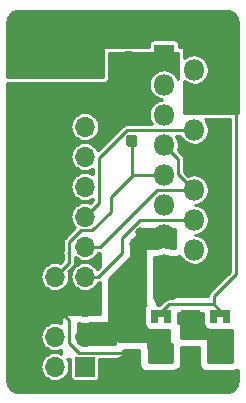
<source format=gbr>
G04 #@! TF.GenerationSoftware,KiCad,Pcbnew,5.99.0-unknown-ad88874~101~ubuntu20.04.1*
G04 #@! TF.CreationDate,2020-05-19T21:28:09-04:00*
G04 #@! TF.ProjectId,L298,4c323938-2e6b-4696-9361-645f70636258,rev?*
G04 #@! TF.SameCoordinates,Original*
G04 #@! TF.FileFunction,Copper,L1,Top*
G04 #@! TF.FilePolarity,Positive*
%FSLAX46Y46*%
G04 Gerber Fmt 4.6, Leading zero omitted, Abs format (unit mm)*
G04 Created by KiCad (PCBNEW 5.99.0-unknown-ad88874~101~ubuntu20.04.1) date 2020-05-19 21:28:09*
%MOMM*%
%LPD*%
G01*
G04 APERTURE LIST*
G04 #@! TA.AperFunction,ComponentPad*
%ADD10O,1.800000X1.800000*%
G04 #@! TD*
G04 #@! TA.AperFunction,ComponentPad*
%ADD11R,1.800000X1.800000*%
G04 #@! TD*
G04 #@! TA.AperFunction,ComponentPad*
%ADD12R,1.700000X1.700000*%
G04 #@! TD*
G04 #@! TA.AperFunction,ComponentPad*
%ADD13O,1.700000X1.700000*%
G04 #@! TD*
G04 #@! TA.AperFunction,ViaPad*
%ADD14C,0.800000*%
G04 #@! TD*
G04 #@! TA.AperFunction,Conductor*
%ADD15C,0.250000*%
G04 #@! TD*
G04 #@! TA.AperFunction,Conductor*
%ADD16C,0.254000*%
G04 #@! TD*
G04 APERTURE END LIST*
D10*
X113378938Y-121844000D03*
X115918938Y-120574000D03*
X113378938Y-119304000D03*
X115918938Y-118034000D03*
X113378938Y-116764000D03*
X115918938Y-115494000D03*
X113378938Y-114224000D03*
X115918938Y-112954000D03*
X113378938Y-111684000D03*
X115918938Y-110414000D03*
X113378938Y-109144000D03*
X115918938Y-107874000D03*
X113378938Y-106604000D03*
X115918938Y-105334000D03*
D11*
X113378938Y-104064000D03*
D12*
X106695000Y-130480000D03*
D13*
X104155000Y-130480000D03*
X106695000Y-127940000D03*
X104155000Y-127940000D03*
X106695000Y-125400000D03*
X104155000Y-125400000D03*
X106695000Y-122860000D03*
X104155000Y-122860000D03*
X106695000Y-120320000D03*
X104155000Y-120320000D03*
X106695000Y-117780000D03*
X104155000Y-117780000D03*
X106695000Y-115240000D03*
X104155000Y-115240000D03*
X106695000Y-112700000D03*
X104155000Y-112700000D03*
X106695000Y-110160000D03*
X104155000Y-110160000D03*
X106695000Y-107620000D03*
X104155000Y-107620000D03*
X106695000Y-105080000D03*
X104155000Y-105080000D03*
X106695000Y-102540000D03*
X104155000Y-102540000D03*
G04 #@! TA.AperFunction,SMDPad,CuDef*
G36*
X109825000Y-130159999D02*
G01*
X109825001Y-129060000D01*
X110400001Y-129060000D01*
X110400001Y-129560000D01*
X110900000Y-129560001D01*
X110900000Y-129060000D01*
X111475000Y-129060001D01*
X111475000Y-130160000D01*
X109825000Y-130159999D01*
G37*
G04 #@! TD.AperFunction*
G04 #@! TA.AperFunction,SMDPad,CuDef*
G36*
X111475000Y-125660001D02*
G01*
X111475000Y-126760000D01*
X110899999Y-126760000D01*
X110899999Y-126260000D01*
X110400000Y-126260000D01*
X110400000Y-126760000D01*
X109825000Y-126760000D01*
X109825000Y-125660000D01*
X111475000Y-125660001D01*
G37*
G04 #@! TD.AperFunction*
G04 #@! TA.AperFunction,SMDPad,CuDef*
G36*
X112325000Y-130159999D02*
G01*
X112325001Y-129060000D01*
X112900001Y-129060000D01*
X112900001Y-129560000D01*
X113400000Y-129560001D01*
X113400000Y-129060000D01*
X113975000Y-129060001D01*
X113975000Y-130160000D01*
X112325000Y-130159999D01*
G37*
G04 #@! TD.AperFunction*
G04 #@! TA.AperFunction,SMDPad,CuDef*
G36*
X113975000Y-125660001D02*
G01*
X113975000Y-126760000D01*
X113399999Y-126760000D01*
X113399999Y-126260000D01*
X112900000Y-126260000D01*
X112900000Y-126760000D01*
X112325000Y-126760000D01*
X112325000Y-125660000D01*
X113975000Y-125660001D01*
G37*
G04 #@! TD.AperFunction*
G04 #@! TA.AperFunction,SMDPad,CuDef*
G36*
X114825000Y-130159999D02*
G01*
X114825001Y-129060000D01*
X115400001Y-129060000D01*
X115400001Y-129560000D01*
X115900000Y-129560001D01*
X115900000Y-129060000D01*
X116475000Y-129060001D01*
X116475000Y-130160000D01*
X114825000Y-130159999D01*
G37*
G04 #@! TD.AperFunction*
G04 #@! TA.AperFunction,SMDPad,CuDef*
G36*
X116475000Y-125660001D02*
G01*
X116475000Y-126760000D01*
X115899999Y-126760000D01*
X115899999Y-126260000D01*
X115400000Y-126260000D01*
X115400000Y-126760000D01*
X114825000Y-126760000D01*
X114825000Y-125660000D01*
X116475000Y-125660001D01*
G37*
G04 #@! TD.AperFunction*
G04 #@! TA.AperFunction,SMDPad,CuDef*
G36*
X117325000Y-130159999D02*
G01*
X117325001Y-129060000D01*
X117900001Y-129060000D01*
X117900001Y-129560000D01*
X118400000Y-129560001D01*
X118400000Y-129060000D01*
X118975000Y-129060001D01*
X118975000Y-130160000D01*
X117325000Y-130159999D01*
G37*
G04 #@! TD.AperFunction*
G04 #@! TA.AperFunction,SMDPad,CuDef*
G36*
X118975000Y-125660001D02*
G01*
X118975000Y-126760000D01*
X118399999Y-126760000D01*
X118399999Y-126260000D01*
X117900000Y-126260000D01*
X117900000Y-126760000D01*
X117325000Y-126760000D01*
X117325000Y-125660000D01*
X118975000Y-125660001D01*
G37*
G04 #@! TD.AperFunction*
G04 #@! TA.AperFunction,SMDPad,CuDef*
G36*
G01*
X110615500Y-104815000D02*
X110140500Y-104815000D01*
G75*
G02*
X109903000Y-104577500I0J237500D01*
G01*
X109903000Y-104002500D01*
G75*
G02*
X110140500Y-103765000I237500J0D01*
G01*
X110615500Y-103765000D01*
G75*
G02*
X110853000Y-104002500I0J-237500D01*
G01*
X110853000Y-104577500D01*
G75*
G02*
X110615500Y-104815000I-237500J0D01*
G01*
G37*
G04 #@! TD.AperFunction*
G04 #@! TA.AperFunction,SMDPad,CuDef*
G36*
G01*
X110615500Y-103065000D02*
X110140500Y-103065000D01*
G75*
G02*
X109903000Y-102827500I0J237500D01*
G01*
X109903000Y-102252500D01*
G75*
G02*
X110140500Y-102015000I237500J0D01*
G01*
X110615500Y-102015000D01*
G75*
G02*
X110853000Y-102252500I0J-237500D01*
G01*
X110853000Y-102827500D01*
G75*
G02*
X110615500Y-103065000I-237500J0D01*
G01*
G37*
G04 #@! TD.AperFunction*
G04 #@! TA.AperFunction,SMDPad,CuDef*
G36*
G01*
X110887500Y-110135000D02*
X110412500Y-110135000D01*
G75*
G02*
X110175000Y-109897500I0J237500D01*
G01*
X110175000Y-109322500D01*
G75*
G02*
X110412500Y-109085000I237500J0D01*
G01*
X110887500Y-109085000D01*
G75*
G02*
X111125000Y-109322500I0J-237500D01*
G01*
X111125000Y-109897500D01*
G75*
G02*
X110887500Y-110135000I-237500J0D01*
G01*
G37*
G04 #@! TD.AperFunction*
G04 #@! TA.AperFunction,SMDPad,CuDef*
G36*
G01*
X110887500Y-111885000D02*
X110412500Y-111885000D01*
G75*
G02*
X110175000Y-111647500I0J237500D01*
G01*
X110175000Y-111072500D01*
G75*
G02*
X110412500Y-110835000I237500J0D01*
G01*
X110887500Y-110835000D01*
G75*
G02*
X111125000Y-111072500I0J-237500D01*
G01*
X111125000Y-111647500D01*
G75*
G02*
X110887500Y-111885000I-237500J0D01*
G01*
G37*
G04 #@! TD.AperFunction*
D14*
X110886000Y-120066000D03*
X111394000Y-119050000D03*
X115712000Y-127686000D03*
X118252000Y-127686000D03*
D15*
X115918938Y-118034000D02*
X112410000Y-118034000D01*
X107838000Y-122860000D02*
X106695000Y-122860000D01*
X109870000Y-120828000D02*
X107838000Y-122860000D01*
X111394000Y-118034000D02*
X109870000Y-119558000D01*
X115918938Y-118034000D02*
X111394000Y-118034000D01*
X109870000Y-119558000D02*
X109870000Y-120828000D01*
X108009936Y-120320000D02*
X106695000Y-120320000D01*
X115918938Y-115494000D02*
X112835936Y-115494000D01*
X112153937Y-116175999D02*
X111733968Y-116595968D01*
X111733968Y-116595968D02*
X108009936Y-120320000D01*
X112835936Y-115494000D02*
X111733968Y-116595968D01*
X114603939Y-114179001D02*
X115918938Y-115494000D01*
X114603939Y-112909001D02*
X114603939Y-114179001D01*
X113378938Y-111684000D02*
X114603939Y-112909001D01*
X105330001Y-120795999D02*
X105298000Y-120828000D01*
X105330001Y-119945997D02*
X105330001Y-120795999D01*
X106320997Y-118955001D02*
X105330001Y-119945997D01*
X107870001Y-116604999D02*
X107870001Y-115379935D01*
X112835936Y-110414000D02*
X115918938Y-110414000D01*
X106695000Y-117780000D02*
X107870001Y-116604999D01*
X105330001Y-121684999D02*
X104155000Y-122860000D01*
X105330001Y-120795999D02*
X105330001Y-121684999D01*
X117626990Y-125192990D02*
X118252000Y-125818000D01*
X113797010Y-125192990D02*
X117626990Y-125192990D01*
X113172000Y-125818000D02*
X113797010Y-125192990D01*
X117626990Y-125192990D02*
X117626990Y-124501010D01*
X117626990Y-124501010D02*
X119485001Y-122642999D01*
X119485001Y-122642999D02*
X119485001Y-108599001D01*
X119485001Y-108599001D02*
X119268000Y-108382000D01*
X105330001Y-126575001D02*
X104155000Y-125400000D01*
X105330001Y-128480001D02*
X105330001Y-126575001D01*
X106154999Y-129304999D02*
X105330001Y-128480001D01*
X110218999Y-129304999D02*
X106154999Y-129304999D01*
X110632000Y-129718000D02*
X110218999Y-129304999D01*
X110786000Y-114224000D02*
X113378938Y-114224000D01*
X107304999Y-118955001D02*
X108900000Y-117360000D01*
X108900000Y-116110000D02*
X110786000Y-114224000D01*
X107304999Y-118955001D02*
X106320997Y-118955001D01*
X108900000Y-117360000D02*
X108900000Y-116110000D01*
X107870001Y-112822213D02*
X107870001Y-115379935D01*
X110232204Y-110460010D02*
X107870001Y-112822213D01*
X112789926Y-110460010D02*
X110232204Y-110460010D01*
X112835936Y-110414000D02*
X112789926Y-110460010D01*
X110650000Y-114088000D02*
X110786000Y-114224000D01*
X110650000Y-111360000D02*
X110650000Y-114088000D01*
G36*
X114574000Y-106156430D02*
G01*
X114530321Y-106042642D01*
X114525211Y-106032280D01*
X114408741Y-105842219D01*
X114401829Y-105832961D01*
X114252674Y-105667309D01*
X114244190Y-105659466D01*
X114067344Y-105523768D01*
X114057573Y-105517603D01*
X113858960Y-105416405D01*
X113848229Y-105412123D01*
X113634500Y-105348814D01*
X113623169Y-105346560D01*
X113401482Y-105323259D01*
X113389929Y-105323108D01*
X113167707Y-105340598D01*
X113156321Y-105342554D01*
X112941007Y-105400246D01*
X112930168Y-105404245D01*
X112728973Y-105500210D01*
X112719044Y-105506118D01*
X112538707Y-105637140D01*
X112530021Y-105644758D01*
X112376581Y-105806450D01*
X112369429Y-105815523D01*
X112248024Y-106002470D01*
X112242645Y-106012695D01*
X112157342Y-106218635D01*
X112153916Y-106229668D01*
X112107569Y-106447706D01*
X112106211Y-106459180D01*
X112100377Y-106682013D01*
X112101133Y-106693541D01*
X112136003Y-106913705D01*
X112138847Y-106924903D01*
X112213255Y-107135026D01*
X112218092Y-107145518D01*
X112329546Y-107338563D01*
X112336214Y-107347998D01*
X112480983Y-107517499D01*
X112489258Y-107525561D01*
X112662490Y-107665842D01*
X112672096Y-107672261D01*
X112867993Y-107778623D01*
X112878608Y-107783184D01*
X113090607Y-107852066D01*
X113101875Y-107854616D01*
X113250018Y-107874120D01*
X113167707Y-107880598D01*
X113156321Y-107882554D01*
X112941007Y-107940246D01*
X112930168Y-107944245D01*
X112728973Y-108040210D01*
X112719044Y-108046118D01*
X112538707Y-108177140D01*
X112530021Y-108184758D01*
X112376581Y-108346450D01*
X112369429Y-108355523D01*
X112248024Y-108542470D01*
X112242645Y-108552695D01*
X112157342Y-108758635D01*
X112153916Y-108769668D01*
X112107569Y-108987706D01*
X112106211Y-108999180D01*
X112100377Y-109222013D01*
X112101133Y-109233541D01*
X112136003Y-109453705D01*
X112138847Y-109464903D01*
X112213255Y-109675026D01*
X112218092Y-109685518D01*
X112329546Y-109878563D01*
X112336214Y-109887998D01*
X112395156Y-109957010D01*
X110281741Y-109957010D01*
X110244614Y-109949625D01*
X110219794Y-109949625D01*
X110170496Y-109959431D01*
X110048353Y-109983727D01*
X110025422Y-109993225D01*
X109880082Y-110090339D01*
X109862532Y-110107889D01*
X109841500Y-110139366D01*
X107805571Y-112175295D01*
X107792129Y-112141687D01*
X107786637Y-112131024D01*
X107666760Y-111944298D01*
X107659351Y-111934866D01*
X107506329Y-111774176D01*
X107497270Y-111766315D01*
X107316622Y-111637461D01*
X107306240Y-111631455D01*
X107104487Y-111539085D01*
X107093156Y-111535150D01*
X106877575Y-111482596D01*
X106865705Y-111480875D01*
X106644075Y-111470036D01*
X106632094Y-111470591D01*
X106412414Y-111501856D01*
X106400754Y-111504666D01*
X106190948Y-111576908D01*
X106180029Y-111581872D01*
X105987671Y-111692483D01*
X105977888Y-111699423D01*
X105809915Y-111844413D01*
X105801621Y-111853077D01*
X105664095Y-112027214D01*
X105657589Y-112037290D01*
X105555473Y-112234292D01*
X105550990Y-112245417D01*
X105487968Y-112458173D01*
X105485670Y-112469945D01*
X105464017Y-112690780D01*
X105463986Y-112702774D01*
X105484482Y-112923720D01*
X105486719Y-112935504D01*
X105548626Y-113148587D01*
X105553051Y-113159735D01*
X105654133Y-113357268D01*
X105660587Y-113367379D01*
X105797199Y-113542233D01*
X105805448Y-113550941D01*
X105972659Y-113696808D01*
X105982405Y-113703799D01*
X106174183Y-113815416D01*
X106185075Y-113820438D01*
X106394498Y-113893777D01*
X106406144Y-113896648D01*
X106625658Y-113929063D01*
X106637637Y-113929681D01*
X106859320Y-113920001D01*
X106871199Y-113918343D01*
X107087051Y-113866919D01*
X107098402Y-113863044D01*
X107300638Y-113771731D01*
X107311051Y-113765779D01*
X107367001Y-113726310D01*
X107367002Y-114213396D01*
X107316622Y-114177461D01*
X107306240Y-114171455D01*
X107104487Y-114079085D01*
X107093156Y-114075150D01*
X106877575Y-114022596D01*
X106865705Y-114020875D01*
X106644075Y-114010036D01*
X106632094Y-114010591D01*
X106412414Y-114041856D01*
X106400754Y-114044666D01*
X106190948Y-114116908D01*
X106180029Y-114121872D01*
X105987671Y-114232483D01*
X105977888Y-114239423D01*
X105809915Y-114384413D01*
X105801621Y-114393077D01*
X105664095Y-114567214D01*
X105657589Y-114577290D01*
X105555473Y-114774292D01*
X105550990Y-114785417D01*
X105487968Y-114998173D01*
X105485670Y-115009945D01*
X105464017Y-115230780D01*
X105463986Y-115242774D01*
X105484482Y-115463720D01*
X105486719Y-115475504D01*
X105548626Y-115688587D01*
X105553051Y-115699735D01*
X105654133Y-115897268D01*
X105660587Y-115907379D01*
X105797199Y-116082233D01*
X105805448Y-116090941D01*
X105972659Y-116236808D01*
X105982405Y-116243799D01*
X106174183Y-116355416D01*
X106185075Y-116360438D01*
X106394498Y-116433777D01*
X106406144Y-116436648D01*
X106625658Y-116469063D01*
X106637637Y-116469681D01*
X106859320Y-116460001D01*
X106871199Y-116458343D01*
X107087051Y-116406919D01*
X107098402Y-116403044D01*
X107300638Y-116311731D01*
X107311051Y-116305779D01*
X107367001Y-116266310D01*
X107367001Y-116396650D01*
X107131979Y-116631672D01*
X107104487Y-116619085D01*
X107093156Y-116615150D01*
X106877575Y-116562596D01*
X106865705Y-116560875D01*
X106644075Y-116550036D01*
X106632094Y-116550591D01*
X106412414Y-116581856D01*
X106400754Y-116584666D01*
X106190948Y-116656908D01*
X106180029Y-116661872D01*
X105987671Y-116772483D01*
X105977888Y-116779423D01*
X105809915Y-116924413D01*
X105801621Y-116933077D01*
X105664095Y-117107214D01*
X105657589Y-117117290D01*
X105555473Y-117314292D01*
X105550990Y-117325417D01*
X105487968Y-117538173D01*
X105485670Y-117549945D01*
X105464017Y-117770780D01*
X105463986Y-117782774D01*
X105484482Y-118003720D01*
X105486719Y-118015504D01*
X105548626Y-118228587D01*
X105553051Y-118239735D01*
X105654133Y-118437268D01*
X105660587Y-118447379D01*
X105797199Y-118622233D01*
X105805448Y-118630941D01*
X105873949Y-118690699D01*
X105009354Y-119555295D01*
X104977879Y-119576326D01*
X104960329Y-119593876D01*
X104863216Y-119739217D01*
X104853718Y-119762147D01*
X104828214Y-119890361D01*
X104828213Y-119890373D01*
X104819617Y-119933587D01*
X104819617Y-119958406D01*
X104827001Y-119995529D01*
X104827002Y-120631391D01*
X104821717Y-120644150D01*
X104787616Y-120815590D01*
X104787616Y-120840410D01*
X104821717Y-121011849D01*
X104827001Y-121024606D01*
X104827002Y-121476649D01*
X104591979Y-121711672D01*
X104564487Y-121699085D01*
X104553156Y-121695150D01*
X104337575Y-121642596D01*
X104325705Y-121640875D01*
X104104075Y-121630036D01*
X104092094Y-121630591D01*
X103872414Y-121661856D01*
X103860754Y-121664666D01*
X103650948Y-121736908D01*
X103640029Y-121741872D01*
X103447671Y-121852483D01*
X103437888Y-121859423D01*
X103269915Y-122004413D01*
X103261621Y-122013077D01*
X103124095Y-122187214D01*
X103117589Y-122197290D01*
X103015473Y-122394292D01*
X103010990Y-122405417D01*
X102947968Y-122618173D01*
X102945670Y-122629945D01*
X102924017Y-122850780D01*
X102923986Y-122862774D01*
X102944482Y-123083720D01*
X102946719Y-123095504D01*
X103008626Y-123308587D01*
X103013051Y-123319735D01*
X103114133Y-123517268D01*
X103120587Y-123527379D01*
X103257199Y-123702233D01*
X103265448Y-123710941D01*
X103432659Y-123856808D01*
X103442405Y-123863799D01*
X103634183Y-123975416D01*
X103645075Y-123980438D01*
X103854498Y-124053777D01*
X103866144Y-124056648D01*
X104085658Y-124089063D01*
X104097637Y-124089681D01*
X104319320Y-124080001D01*
X104331199Y-124078343D01*
X104547051Y-124026919D01*
X104558402Y-124023044D01*
X104760638Y-123931731D01*
X104771051Y-123925779D01*
X104952370Y-123797872D01*
X104961470Y-123790059D01*
X105115332Y-123630174D01*
X105122790Y-123620780D01*
X105243643Y-123434684D01*
X105249190Y-123424050D01*
X105332672Y-123218458D01*
X105336108Y-123206966D01*
X105379224Y-122989218D01*
X105380427Y-122977118D01*
X105381023Y-122749300D01*
X105379884Y-122737194D01*
X105337910Y-122519222D01*
X105334533Y-122507713D01*
X105301421Y-122424928D01*
X105650648Y-122075701D01*
X105682122Y-122054671D01*
X105699672Y-122037121D01*
X105742167Y-121973524D01*
X105796786Y-121891780D01*
X105806284Y-121868849D01*
X105817923Y-121810336D01*
X105830580Y-121746703D01*
X105840385Y-121697410D01*
X105840385Y-121672591D01*
X105833001Y-121635468D01*
X105833001Y-121194977D01*
X105972659Y-121316808D01*
X105982405Y-121323799D01*
X106174183Y-121435416D01*
X106185075Y-121440438D01*
X106394498Y-121513777D01*
X106406144Y-121516648D01*
X106625658Y-121549063D01*
X106637637Y-121549681D01*
X106859320Y-121540001D01*
X106871199Y-121538343D01*
X107087051Y-121486919D01*
X107098402Y-121483044D01*
X107300638Y-121391731D01*
X107311051Y-121385779D01*
X107492370Y-121257872D01*
X107501470Y-121250059D01*
X107655332Y-121090174D01*
X107662790Y-121080780D01*
X107783643Y-120894684D01*
X107789191Y-120884049D01*
X107813980Y-120823000D01*
X107960404Y-120823000D01*
X107966000Y-120824113D01*
X107966000Y-122020652D01*
X107751054Y-122235598D01*
X107666760Y-122104298D01*
X107659351Y-122094866D01*
X107506329Y-121934176D01*
X107497270Y-121926315D01*
X107316622Y-121797461D01*
X107306240Y-121791455D01*
X107104487Y-121699085D01*
X107093156Y-121695150D01*
X106877575Y-121642596D01*
X106865705Y-121640875D01*
X106644075Y-121630036D01*
X106632094Y-121630591D01*
X106412414Y-121661856D01*
X106400754Y-121664666D01*
X106190948Y-121736908D01*
X106180029Y-121741872D01*
X105987671Y-121852483D01*
X105977888Y-121859423D01*
X105809915Y-122004413D01*
X105801621Y-122013077D01*
X105664095Y-122187214D01*
X105657589Y-122197290D01*
X105555473Y-122394292D01*
X105550990Y-122405417D01*
X105487968Y-122618173D01*
X105485670Y-122629945D01*
X105464017Y-122850780D01*
X105463986Y-122862774D01*
X105484482Y-123083720D01*
X105486719Y-123095504D01*
X105548626Y-123308587D01*
X105553051Y-123319735D01*
X105654133Y-123517268D01*
X105660587Y-123527379D01*
X105797199Y-123702233D01*
X105805448Y-123710941D01*
X105972659Y-123856808D01*
X105982405Y-123863799D01*
X106174183Y-123975416D01*
X106185075Y-123980438D01*
X106394498Y-124053777D01*
X106406144Y-124056648D01*
X106625658Y-124089063D01*
X106637637Y-124089681D01*
X106859320Y-124080001D01*
X106871199Y-124078343D01*
X107087051Y-124026919D01*
X107098402Y-124023044D01*
X107300638Y-123931731D01*
X107311051Y-123925779D01*
X107492370Y-123797872D01*
X107501470Y-123790059D01*
X107655332Y-123630174D01*
X107662790Y-123620780D01*
X107783643Y-123434684D01*
X107789191Y-123424049D01*
X107812073Y-123367695D01*
X107825590Y-123370384D01*
X107850410Y-123370384D01*
X107893623Y-123361788D01*
X107893637Y-123361787D01*
X107966000Y-123347393D01*
X107966000Y-126036000D01*
X105291246Y-126036000D01*
X105277816Y-126037444D01*
X105049168Y-126087183D01*
X105028334Y-126095813D01*
X104889629Y-126184953D01*
X104876008Y-126196756D01*
X104769517Y-126319652D01*
X104759773Y-126334815D01*
X104692221Y-126482735D01*
X104687143Y-126500028D01*
X104664642Y-126656522D01*
X104664000Y-126665500D01*
X104664000Y-126824646D01*
X104564487Y-126779085D01*
X104553156Y-126775150D01*
X104337575Y-126722596D01*
X104325705Y-126720875D01*
X104104075Y-126710036D01*
X104092094Y-126710591D01*
X103872414Y-126741856D01*
X103860754Y-126744666D01*
X103650948Y-126816908D01*
X103640029Y-126821872D01*
X103447671Y-126932483D01*
X103437888Y-126939423D01*
X103269915Y-127084413D01*
X103261621Y-127093077D01*
X103124095Y-127267214D01*
X103117589Y-127277290D01*
X103015473Y-127474292D01*
X103010990Y-127485417D01*
X102947968Y-127698173D01*
X102945670Y-127709945D01*
X102924017Y-127930780D01*
X102923986Y-127942774D01*
X102944482Y-128163720D01*
X102946719Y-128175504D01*
X103008626Y-128388587D01*
X103013051Y-128399735D01*
X103114133Y-128597268D01*
X103120587Y-128607379D01*
X103257199Y-128782233D01*
X103265448Y-128790941D01*
X103432659Y-128936808D01*
X103442405Y-128943799D01*
X103634183Y-129055416D01*
X103645075Y-129060438D01*
X103854498Y-129133777D01*
X103866144Y-129136648D01*
X104085658Y-129169063D01*
X104097637Y-129169681D01*
X104319320Y-129160001D01*
X104331199Y-129158343D01*
X104547051Y-129106919D01*
X104558402Y-129103044D01*
X104664000Y-129055365D01*
X104664000Y-129216754D01*
X104665444Y-129230184D01*
X104698089Y-129380253D01*
X104564487Y-129319085D01*
X104553156Y-129315150D01*
X104337575Y-129262596D01*
X104325705Y-129260875D01*
X104104075Y-129250036D01*
X104092094Y-129250591D01*
X103872414Y-129281856D01*
X103860754Y-129284666D01*
X103650948Y-129356908D01*
X103640029Y-129361872D01*
X103447671Y-129472483D01*
X103437888Y-129479423D01*
X103269915Y-129624413D01*
X103261621Y-129633077D01*
X103124095Y-129807214D01*
X103117589Y-129817290D01*
X103015473Y-130014292D01*
X103010990Y-130025417D01*
X102947968Y-130238173D01*
X102945670Y-130249945D01*
X102924017Y-130470780D01*
X102923986Y-130482774D01*
X102944482Y-130703720D01*
X102946719Y-130715504D01*
X103008626Y-130928587D01*
X103013051Y-130939735D01*
X103114133Y-131137268D01*
X103120587Y-131147379D01*
X103257199Y-131322233D01*
X103265448Y-131330941D01*
X103432659Y-131476808D01*
X103442405Y-131483799D01*
X103634183Y-131595416D01*
X103645075Y-131600438D01*
X103854498Y-131673777D01*
X103866144Y-131676648D01*
X104085658Y-131709063D01*
X104097637Y-131709681D01*
X104319320Y-131700001D01*
X104331199Y-131698343D01*
X104547051Y-131646919D01*
X104558402Y-131643044D01*
X104760638Y-131551731D01*
X104771051Y-131545779D01*
X104952370Y-131417872D01*
X104961470Y-131410059D01*
X105115332Y-131250174D01*
X105122790Y-131240780D01*
X105243643Y-131054684D01*
X105249190Y-131044050D01*
X105332672Y-130838458D01*
X105336108Y-130826966D01*
X105379224Y-130609218D01*
X105380427Y-130597118D01*
X105381023Y-130369300D01*
X105379884Y-130357194D01*
X105337910Y-130139222D01*
X105334533Y-130127713D01*
X105252129Y-129921687D01*
X105246637Y-129911024D01*
X105194925Y-129830476D01*
X105284522Y-129843358D01*
X105293500Y-129844000D01*
X105464102Y-129844000D01*
X105464102Y-131336190D01*
X105465315Y-131348510D01*
X105488347Y-131464298D01*
X105497845Y-131487228D01*
X105566889Y-131590560D01*
X105584440Y-131608111D01*
X105687772Y-131677155D01*
X105710702Y-131686653D01*
X105826490Y-131709685D01*
X105838810Y-131710898D01*
X107551190Y-131710898D01*
X107563510Y-131709685D01*
X107679298Y-131686653D01*
X107702228Y-131677155D01*
X107805560Y-131608111D01*
X107823111Y-131590560D01*
X107892155Y-131487228D01*
X107901653Y-131464298D01*
X107924685Y-131348510D01*
X107925898Y-131336190D01*
X107925898Y-129844000D01*
X109368754Y-129844000D01*
X109382184Y-129842556D01*
X109610832Y-129792817D01*
X109631666Y-129784187D01*
X109770371Y-129695047D01*
X109783992Y-129683244D01*
X109890483Y-129560348D01*
X109900227Y-129545185D01*
X109967779Y-129397265D01*
X109972857Y-129379972D01*
X109995358Y-129223478D01*
X109996000Y-129214500D01*
X109996000Y-129082000D01*
X111268000Y-129082000D01*
X111268000Y-130232754D01*
X111269444Y-130246184D01*
X111319183Y-130474832D01*
X111327813Y-130495666D01*
X111416953Y-130634371D01*
X111428756Y-130647992D01*
X111551652Y-130754483D01*
X111566815Y-130764227D01*
X111714735Y-130831779D01*
X111732028Y-130836857D01*
X111888522Y-130859358D01*
X111897500Y-130860000D01*
X114194754Y-130860000D01*
X114208184Y-130858556D01*
X114436832Y-130808817D01*
X114457666Y-130800187D01*
X114596371Y-130711047D01*
X114609992Y-130699244D01*
X114716483Y-130576348D01*
X114726227Y-130561185D01*
X114793779Y-130413265D01*
X114798857Y-130395972D01*
X114821358Y-130239478D01*
X114822000Y-130230500D01*
X114822000Y-128828000D01*
X116348000Y-128828000D01*
X116348000Y-130232754D01*
X116349444Y-130246184D01*
X116399183Y-130474832D01*
X116407813Y-130495666D01*
X116496953Y-130634371D01*
X116508756Y-130647992D01*
X116631652Y-130754483D01*
X116646815Y-130764227D01*
X116794735Y-130831779D01*
X116812028Y-130836857D01*
X116968522Y-130859358D01*
X116977500Y-130860000D01*
X119274754Y-130860000D01*
X119288184Y-130858556D01*
X119516832Y-130808817D01*
X119537666Y-130800187D01*
X119624000Y-130744704D01*
X119624000Y-131695985D01*
X119623464Y-131697812D01*
X119621160Y-131709975D01*
X119603877Y-131903639D01*
X119563176Y-132052415D01*
X119496768Y-132191643D01*
X119406764Y-132316896D01*
X119295988Y-132424244D01*
X119167965Y-132510273D01*
X119026727Y-132572273D01*
X118873812Y-132608983D01*
X118715929Y-132620579D01*
X118703731Y-132622691D01*
X118698995Y-132624000D01*
X101054015Y-132624000D01*
X101052188Y-132623464D01*
X101040025Y-132621160D01*
X100846361Y-132603877D01*
X100697585Y-132563176D01*
X100558357Y-132496768D01*
X100433104Y-132406764D01*
X100325756Y-132295988D01*
X100239727Y-132167965D01*
X100177727Y-132026727D01*
X100141017Y-131873812D01*
X100129421Y-131715929D01*
X100127309Y-131703731D01*
X100126000Y-131698995D01*
X100126000Y-110162774D01*
X105463986Y-110162774D01*
X105484482Y-110383720D01*
X105486719Y-110395504D01*
X105548626Y-110608587D01*
X105553051Y-110619735D01*
X105654133Y-110817268D01*
X105660587Y-110827379D01*
X105797199Y-111002233D01*
X105805448Y-111010941D01*
X105972659Y-111156808D01*
X105982405Y-111163799D01*
X106174183Y-111275416D01*
X106185075Y-111280438D01*
X106394498Y-111353777D01*
X106406144Y-111356648D01*
X106625658Y-111389063D01*
X106637637Y-111389681D01*
X106859320Y-111380001D01*
X106871199Y-111378343D01*
X107087051Y-111326919D01*
X107098402Y-111323044D01*
X107300638Y-111231731D01*
X107311051Y-111225779D01*
X107492370Y-111097872D01*
X107501470Y-111090059D01*
X107655332Y-110930174D01*
X107662790Y-110920780D01*
X107783643Y-110734684D01*
X107789190Y-110724050D01*
X107872672Y-110518458D01*
X107876108Y-110506966D01*
X107919224Y-110289218D01*
X107920427Y-110277118D01*
X107921023Y-110049300D01*
X107919884Y-110037194D01*
X107877910Y-109819222D01*
X107874533Y-109807713D01*
X107792129Y-109601687D01*
X107786637Y-109591024D01*
X107666760Y-109404298D01*
X107659351Y-109394866D01*
X107506329Y-109234176D01*
X107497270Y-109226315D01*
X107316622Y-109097461D01*
X107306240Y-109091455D01*
X107104487Y-108999085D01*
X107093156Y-108995150D01*
X106877575Y-108942596D01*
X106865705Y-108940875D01*
X106644075Y-108930036D01*
X106632094Y-108930591D01*
X106412414Y-108961856D01*
X106400754Y-108964666D01*
X106190948Y-109036908D01*
X106180029Y-109041872D01*
X105987671Y-109152483D01*
X105977888Y-109159423D01*
X105809915Y-109304413D01*
X105801621Y-109313077D01*
X105664095Y-109487214D01*
X105657589Y-109497290D01*
X105555473Y-109694292D01*
X105550990Y-109705417D01*
X105487968Y-109918173D01*
X105485670Y-109929945D01*
X105464017Y-110150780D01*
X105463986Y-110162774D01*
X100126000Y-110162774D01*
X100126000Y-106472000D01*
X108352190Y-106472000D01*
X108364510Y-106470787D01*
X108478424Y-106448128D01*
X108501354Y-106438630D01*
X108603097Y-106370648D01*
X108620648Y-106353097D01*
X108688630Y-106251354D01*
X108698128Y-106228424D01*
X108720787Y-106114510D01*
X108722000Y-106102190D01*
X108722000Y-103932000D01*
X114574000Y-103932000D01*
X114574000Y-106156430D01*
G37*
D16*
X114574000Y-106156430D02*
X114530321Y-106042642D01*
X114525211Y-106032280D01*
X114408741Y-105842219D01*
X114401829Y-105832961D01*
X114252674Y-105667309D01*
X114244190Y-105659466D01*
X114067344Y-105523768D01*
X114057573Y-105517603D01*
X113858960Y-105416405D01*
X113848229Y-105412123D01*
X113634500Y-105348814D01*
X113623169Y-105346560D01*
X113401482Y-105323259D01*
X113389929Y-105323108D01*
X113167707Y-105340598D01*
X113156321Y-105342554D01*
X112941007Y-105400246D01*
X112930168Y-105404245D01*
X112728973Y-105500210D01*
X112719044Y-105506118D01*
X112538707Y-105637140D01*
X112530021Y-105644758D01*
X112376581Y-105806450D01*
X112369429Y-105815523D01*
X112248024Y-106002470D01*
X112242645Y-106012695D01*
X112157342Y-106218635D01*
X112153916Y-106229668D01*
X112107569Y-106447706D01*
X112106211Y-106459180D01*
X112100377Y-106682013D01*
X112101133Y-106693541D01*
X112136003Y-106913705D01*
X112138847Y-106924903D01*
X112213255Y-107135026D01*
X112218092Y-107145518D01*
X112329546Y-107338563D01*
X112336214Y-107347998D01*
X112480983Y-107517499D01*
X112489258Y-107525561D01*
X112662490Y-107665842D01*
X112672096Y-107672261D01*
X112867993Y-107778623D01*
X112878608Y-107783184D01*
X113090607Y-107852066D01*
X113101875Y-107854616D01*
X113250018Y-107874120D01*
X113167707Y-107880598D01*
X113156321Y-107882554D01*
X112941007Y-107940246D01*
X112930168Y-107944245D01*
X112728973Y-108040210D01*
X112719044Y-108046118D01*
X112538707Y-108177140D01*
X112530021Y-108184758D01*
X112376581Y-108346450D01*
X112369429Y-108355523D01*
X112248024Y-108542470D01*
X112242645Y-108552695D01*
X112157342Y-108758635D01*
X112153916Y-108769668D01*
X112107569Y-108987706D01*
X112106211Y-108999180D01*
X112100377Y-109222013D01*
X112101133Y-109233541D01*
X112136003Y-109453705D01*
X112138847Y-109464903D01*
X112213255Y-109675026D01*
X112218092Y-109685518D01*
X112329546Y-109878563D01*
X112336214Y-109887998D01*
X112395156Y-109957010D01*
X110281741Y-109957010D01*
X110244614Y-109949625D01*
X110219794Y-109949625D01*
X110170496Y-109959431D01*
X110048353Y-109983727D01*
X110025422Y-109993225D01*
X109880082Y-110090339D01*
X109862532Y-110107889D01*
X109841500Y-110139366D01*
X107805571Y-112175295D01*
X107792129Y-112141687D01*
X107786637Y-112131024D01*
X107666760Y-111944298D01*
X107659351Y-111934866D01*
X107506329Y-111774176D01*
X107497270Y-111766315D01*
X107316622Y-111637461D01*
X107306240Y-111631455D01*
X107104487Y-111539085D01*
X107093156Y-111535150D01*
X106877575Y-111482596D01*
X106865705Y-111480875D01*
X106644075Y-111470036D01*
X106632094Y-111470591D01*
X106412414Y-111501856D01*
X106400754Y-111504666D01*
X106190948Y-111576908D01*
X106180029Y-111581872D01*
X105987671Y-111692483D01*
X105977888Y-111699423D01*
X105809915Y-111844413D01*
X105801621Y-111853077D01*
X105664095Y-112027214D01*
X105657589Y-112037290D01*
X105555473Y-112234292D01*
X105550990Y-112245417D01*
X105487968Y-112458173D01*
X105485670Y-112469945D01*
X105464017Y-112690780D01*
X105463986Y-112702774D01*
X105484482Y-112923720D01*
X105486719Y-112935504D01*
X105548626Y-113148587D01*
X105553051Y-113159735D01*
X105654133Y-113357268D01*
X105660587Y-113367379D01*
X105797199Y-113542233D01*
X105805448Y-113550941D01*
X105972659Y-113696808D01*
X105982405Y-113703799D01*
X106174183Y-113815416D01*
X106185075Y-113820438D01*
X106394498Y-113893777D01*
X106406144Y-113896648D01*
X106625658Y-113929063D01*
X106637637Y-113929681D01*
X106859320Y-113920001D01*
X106871199Y-113918343D01*
X107087051Y-113866919D01*
X107098402Y-113863044D01*
X107300638Y-113771731D01*
X107311051Y-113765779D01*
X107367001Y-113726310D01*
X107367002Y-114213396D01*
X107316622Y-114177461D01*
X107306240Y-114171455D01*
X107104487Y-114079085D01*
X107093156Y-114075150D01*
X106877575Y-114022596D01*
X106865705Y-114020875D01*
X106644075Y-114010036D01*
X106632094Y-114010591D01*
X106412414Y-114041856D01*
X106400754Y-114044666D01*
X106190948Y-114116908D01*
X106180029Y-114121872D01*
X105987671Y-114232483D01*
X105977888Y-114239423D01*
X105809915Y-114384413D01*
X105801621Y-114393077D01*
X105664095Y-114567214D01*
X105657589Y-114577290D01*
X105555473Y-114774292D01*
X105550990Y-114785417D01*
X105487968Y-114998173D01*
X105485670Y-115009945D01*
X105464017Y-115230780D01*
X105463986Y-115242774D01*
X105484482Y-115463720D01*
X105486719Y-115475504D01*
X105548626Y-115688587D01*
X105553051Y-115699735D01*
X105654133Y-115897268D01*
X105660587Y-115907379D01*
X105797199Y-116082233D01*
X105805448Y-116090941D01*
X105972659Y-116236808D01*
X105982405Y-116243799D01*
X106174183Y-116355416D01*
X106185075Y-116360438D01*
X106394498Y-116433777D01*
X106406144Y-116436648D01*
X106625658Y-116469063D01*
X106637637Y-116469681D01*
X106859320Y-116460001D01*
X106871199Y-116458343D01*
X107087051Y-116406919D01*
X107098402Y-116403044D01*
X107300638Y-116311731D01*
X107311051Y-116305779D01*
X107367001Y-116266310D01*
X107367001Y-116396650D01*
X107131979Y-116631672D01*
X107104487Y-116619085D01*
X107093156Y-116615150D01*
X106877575Y-116562596D01*
X106865705Y-116560875D01*
X106644075Y-116550036D01*
X106632094Y-116550591D01*
X106412414Y-116581856D01*
X106400754Y-116584666D01*
X106190948Y-116656908D01*
X106180029Y-116661872D01*
X105987671Y-116772483D01*
X105977888Y-116779423D01*
X105809915Y-116924413D01*
X105801621Y-116933077D01*
X105664095Y-117107214D01*
X105657589Y-117117290D01*
X105555473Y-117314292D01*
X105550990Y-117325417D01*
X105487968Y-117538173D01*
X105485670Y-117549945D01*
X105464017Y-117770780D01*
X105463986Y-117782774D01*
X105484482Y-118003720D01*
X105486719Y-118015504D01*
X105548626Y-118228587D01*
X105553051Y-118239735D01*
X105654133Y-118437268D01*
X105660587Y-118447379D01*
X105797199Y-118622233D01*
X105805448Y-118630941D01*
X105873949Y-118690699D01*
X105009354Y-119555295D01*
X104977879Y-119576326D01*
X104960329Y-119593876D01*
X104863216Y-119739217D01*
X104853718Y-119762147D01*
X104828214Y-119890361D01*
X104828213Y-119890373D01*
X104819617Y-119933587D01*
X104819617Y-119958406D01*
X104827001Y-119995529D01*
X104827002Y-120631391D01*
X104821717Y-120644150D01*
X104787616Y-120815590D01*
X104787616Y-120840410D01*
X104821717Y-121011849D01*
X104827001Y-121024606D01*
X104827002Y-121476649D01*
X104591979Y-121711672D01*
X104564487Y-121699085D01*
X104553156Y-121695150D01*
X104337575Y-121642596D01*
X104325705Y-121640875D01*
X104104075Y-121630036D01*
X104092094Y-121630591D01*
X103872414Y-121661856D01*
X103860754Y-121664666D01*
X103650948Y-121736908D01*
X103640029Y-121741872D01*
X103447671Y-121852483D01*
X103437888Y-121859423D01*
X103269915Y-122004413D01*
X103261621Y-122013077D01*
X103124095Y-122187214D01*
X103117589Y-122197290D01*
X103015473Y-122394292D01*
X103010990Y-122405417D01*
X102947968Y-122618173D01*
X102945670Y-122629945D01*
X102924017Y-122850780D01*
X102923986Y-122862774D01*
X102944482Y-123083720D01*
X102946719Y-123095504D01*
X103008626Y-123308587D01*
X103013051Y-123319735D01*
X103114133Y-123517268D01*
X103120587Y-123527379D01*
X103257199Y-123702233D01*
X103265448Y-123710941D01*
X103432659Y-123856808D01*
X103442405Y-123863799D01*
X103634183Y-123975416D01*
X103645075Y-123980438D01*
X103854498Y-124053777D01*
X103866144Y-124056648D01*
X104085658Y-124089063D01*
X104097637Y-124089681D01*
X104319320Y-124080001D01*
X104331199Y-124078343D01*
X104547051Y-124026919D01*
X104558402Y-124023044D01*
X104760638Y-123931731D01*
X104771051Y-123925779D01*
X104952370Y-123797872D01*
X104961470Y-123790059D01*
X105115332Y-123630174D01*
X105122790Y-123620780D01*
X105243643Y-123434684D01*
X105249190Y-123424050D01*
X105332672Y-123218458D01*
X105336108Y-123206966D01*
X105379224Y-122989218D01*
X105380427Y-122977118D01*
X105381023Y-122749300D01*
X105379884Y-122737194D01*
X105337910Y-122519222D01*
X105334533Y-122507713D01*
X105301421Y-122424928D01*
X105650648Y-122075701D01*
X105682122Y-122054671D01*
X105699672Y-122037121D01*
X105742167Y-121973524D01*
X105796786Y-121891780D01*
X105806284Y-121868849D01*
X105817923Y-121810336D01*
X105830580Y-121746703D01*
X105840385Y-121697410D01*
X105840385Y-121672591D01*
X105833001Y-121635468D01*
X105833001Y-121194977D01*
X105972659Y-121316808D01*
X105982405Y-121323799D01*
X106174183Y-121435416D01*
X106185075Y-121440438D01*
X106394498Y-121513777D01*
X106406144Y-121516648D01*
X106625658Y-121549063D01*
X106637637Y-121549681D01*
X106859320Y-121540001D01*
X106871199Y-121538343D01*
X107087051Y-121486919D01*
X107098402Y-121483044D01*
X107300638Y-121391731D01*
X107311051Y-121385779D01*
X107492370Y-121257872D01*
X107501470Y-121250059D01*
X107655332Y-121090174D01*
X107662790Y-121080780D01*
X107783643Y-120894684D01*
X107789191Y-120884049D01*
X107813980Y-120823000D01*
X107960404Y-120823000D01*
X107966000Y-120824113D01*
X107966000Y-122020652D01*
X107751054Y-122235598D01*
X107666760Y-122104298D01*
X107659351Y-122094866D01*
X107506329Y-121934176D01*
X107497270Y-121926315D01*
X107316622Y-121797461D01*
X107306240Y-121791455D01*
X107104487Y-121699085D01*
X107093156Y-121695150D01*
X106877575Y-121642596D01*
X106865705Y-121640875D01*
X106644075Y-121630036D01*
X106632094Y-121630591D01*
X106412414Y-121661856D01*
X106400754Y-121664666D01*
X106190948Y-121736908D01*
X106180029Y-121741872D01*
X105987671Y-121852483D01*
X105977888Y-121859423D01*
X105809915Y-122004413D01*
X105801621Y-122013077D01*
X105664095Y-122187214D01*
X105657589Y-122197290D01*
X105555473Y-122394292D01*
X105550990Y-122405417D01*
X105487968Y-122618173D01*
X105485670Y-122629945D01*
X105464017Y-122850780D01*
X105463986Y-122862774D01*
X105484482Y-123083720D01*
X105486719Y-123095504D01*
X105548626Y-123308587D01*
X105553051Y-123319735D01*
X105654133Y-123517268D01*
X105660587Y-123527379D01*
X105797199Y-123702233D01*
X105805448Y-123710941D01*
X105972659Y-123856808D01*
X105982405Y-123863799D01*
X106174183Y-123975416D01*
X106185075Y-123980438D01*
X106394498Y-124053777D01*
X106406144Y-124056648D01*
X106625658Y-124089063D01*
X106637637Y-124089681D01*
X106859320Y-124080001D01*
X106871199Y-124078343D01*
X107087051Y-124026919D01*
X107098402Y-124023044D01*
X107300638Y-123931731D01*
X107311051Y-123925779D01*
X107492370Y-123797872D01*
X107501470Y-123790059D01*
X107655332Y-123630174D01*
X107662790Y-123620780D01*
X107783643Y-123434684D01*
X107789191Y-123424049D01*
X107812073Y-123367695D01*
X107825590Y-123370384D01*
X107850410Y-123370384D01*
X107893623Y-123361788D01*
X107893637Y-123361787D01*
X107966000Y-123347393D01*
X107966000Y-126036000D01*
X105291246Y-126036000D01*
X105277816Y-126037444D01*
X105049168Y-126087183D01*
X105028334Y-126095813D01*
X104889629Y-126184953D01*
X104876008Y-126196756D01*
X104769517Y-126319652D01*
X104759773Y-126334815D01*
X104692221Y-126482735D01*
X104687143Y-126500028D01*
X104664642Y-126656522D01*
X104664000Y-126665500D01*
X104664000Y-126824646D01*
X104564487Y-126779085D01*
X104553156Y-126775150D01*
X104337575Y-126722596D01*
X104325705Y-126720875D01*
X104104075Y-126710036D01*
X104092094Y-126710591D01*
X103872414Y-126741856D01*
X103860754Y-126744666D01*
X103650948Y-126816908D01*
X103640029Y-126821872D01*
X103447671Y-126932483D01*
X103437888Y-126939423D01*
X103269915Y-127084413D01*
X103261621Y-127093077D01*
X103124095Y-127267214D01*
X103117589Y-127277290D01*
X103015473Y-127474292D01*
X103010990Y-127485417D01*
X102947968Y-127698173D01*
X102945670Y-127709945D01*
X102924017Y-127930780D01*
X102923986Y-127942774D01*
X102944482Y-128163720D01*
X102946719Y-128175504D01*
X103008626Y-128388587D01*
X103013051Y-128399735D01*
X103114133Y-128597268D01*
X103120587Y-128607379D01*
X103257199Y-128782233D01*
X103265448Y-128790941D01*
X103432659Y-128936808D01*
X103442405Y-128943799D01*
X103634183Y-129055416D01*
X103645075Y-129060438D01*
X103854498Y-129133777D01*
X103866144Y-129136648D01*
X104085658Y-129169063D01*
X104097637Y-129169681D01*
X104319320Y-129160001D01*
X104331199Y-129158343D01*
X104547051Y-129106919D01*
X104558402Y-129103044D01*
X104664000Y-129055365D01*
X104664000Y-129216754D01*
X104665444Y-129230184D01*
X104698089Y-129380253D01*
X104564487Y-129319085D01*
X104553156Y-129315150D01*
X104337575Y-129262596D01*
X104325705Y-129260875D01*
X104104075Y-129250036D01*
X104092094Y-129250591D01*
X103872414Y-129281856D01*
X103860754Y-129284666D01*
X103650948Y-129356908D01*
X103640029Y-129361872D01*
X103447671Y-129472483D01*
X103437888Y-129479423D01*
X103269915Y-129624413D01*
X103261621Y-129633077D01*
X103124095Y-129807214D01*
X103117589Y-129817290D01*
X103015473Y-130014292D01*
X103010990Y-130025417D01*
X102947968Y-130238173D01*
X102945670Y-130249945D01*
X102924017Y-130470780D01*
X102923986Y-130482774D01*
X102944482Y-130703720D01*
X102946719Y-130715504D01*
X103008626Y-130928587D01*
X103013051Y-130939735D01*
X103114133Y-131137268D01*
X103120587Y-131147379D01*
X103257199Y-131322233D01*
X103265448Y-131330941D01*
X103432659Y-131476808D01*
X103442405Y-131483799D01*
X103634183Y-131595416D01*
X103645075Y-131600438D01*
X103854498Y-131673777D01*
X103866144Y-131676648D01*
X104085658Y-131709063D01*
X104097637Y-131709681D01*
X104319320Y-131700001D01*
X104331199Y-131698343D01*
X104547051Y-131646919D01*
X104558402Y-131643044D01*
X104760638Y-131551731D01*
X104771051Y-131545779D01*
X104952370Y-131417872D01*
X104961470Y-131410059D01*
X105115332Y-131250174D01*
X105122790Y-131240780D01*
X105243643Y-131054684D01*
X105249190Y-131044050D01*
X105332672Y-130838458D01*
X105336108Y-130826966D01*
X105379224Y-130609218D01*
X105380427Y-130597118D01*
X105381023Y-130369300D01*
X105379884Y-130357194D01*
X105337910Y-130139222D01*
X105334533Y-130127713D01*
X105252129Y-129921687D01*
X105246637Y-129911024D01*
X105194925Y-129830476D01*
X105284522Y-129843358D01*
X105293500Y-129844000D01*
X105464102Y-129844000D01*
X105464102Y-131336190D01*
X105465315Y-131348510D01*
X105488347Y-131464298D01*
X105497845Y-131487228D01*
X105566889Y-131590560D01*
X105584440Y-131608111D01*
X105687772Y-131677155D01*
X105710702Y-131686653D01*
X105826490Y-131709685D01*
X105838810Y-131710898D01*
X107551190Y-131710898D01*
X107563510Y-131709685D01*
X107679298Y-131686653D01*
X107702228Y-131677155D01*
X107805560Y-131608111D01*
X107823111Y-131590560D01*
X107892155Y-131487228D01*
X107901653Y-131464298D01*
X107924685Y-131348510D01*
X107925898Y-131336190D01*
X107925898Y-129844000D01*
X109368754Y-129844000D01*
X109382184Y-129842556D01*
X109610832Y-129792817D01*
X109631666Y-129784187D01*
X109770371Y-129695047D01*
X109783992Y-129683244D01*
X109890483Y-129560348D01*
X109900227Y-129545185D01*
X109967779Y-129397265D01*
X109972857Y-129379972D01*
X109995358Y-129223478D01*
X109996000Y-129214500D01*
X109996000Y-129082000D01*
X111268000Y-129082000D01*
X111268000Y-130232754D01*
X111269444Y-130246184D01*
X111319183Y-130474832D01*
X111327813Y-130495666D01*
X111416953Y-130634371D01*
X111428756Y-130647992D01*
X111551652Y-130754483D01*
X111566815Y-130764227D01*
X111714735Y-130831779D01*
X111732028Y-130836857D01*
X111888522Y-130859358D01*
X111897500Y-130860000D01*
X114194754Y-130860000D01*
X114208184Y-130858556D01*
X114436832Y-130808817D01*
X114457666Y-130800187D01*
X114596371Y-130711047D01*
X114609992Y-130699244D01*
X114716483Y-130576348D01*
X114726227Y-130561185D01*
X114793779Y-130413265D01*
X114798857Y-130395972D01*
X114821358Y-130239478D01*
X114822000Y-130230500D01*
X114822000Y-128828000D01*
X116348000Y-128828000D01*
X116348000Y-130232754D01*
X116349444Y-130246184D01*
X116399183Y-130474832D01*
X116407813Y-130495666D01*
X116496953Y-130634371D01*
X116508756Y-130647992D01*
X116631652Y-130754483D01*
X116646815Y-130764227D01*
X116794735Y-130831779D01*
X116812028Y-130836857D01*
X116968522Y-130859358D01*
X116977500Y-130860000D01*
X119274754Y-130860000D01*
X119288184Y-130858556D01*
X119516832Y-130808817D01*
X119537666Y-130800187D01*
X119624000Y-130744704D01*
X119624000Y-131695985D01*
X119623464Y-131697812D01*
X119621160Y-131709975D01*
X119603877Y-131903639D01*
X119563176Y-132052415D01*
X119496768Y-132191643D01*
X119406764Y-132316896D01*
X119295988Y-132424244D01*
X119167965Y-132510273D01*
X119026727Y-132572273D01*
X118873812Y-132608983D01*
X118715929Y-132620579D01*
X118703731Y-132622691D01*
X118698995Y-132624000D01*
X101054015Y-132624000D01*
X101052188Y-132623464D01*
X101040025Y-132621160D01*
X100846361Y-132603877D01*
X100697585Y-132563176D01*
X100558357Y-132496768D01*
X100433104Y-132406764D01*
X100325756Y-132295988D01*
X100239727Y-132167965D01*
X100177727Y-132026727D01*
X100141017Y-131873812D01*
X100129421Y-131715929D01*
X100127309Y-131703731D01*
X100126000Y-131698995D01*
X100126000Y-110162774D01*
X105463986Y-110162774D01*
X105484482Y-110383720D01*
X105486719Y-110395504D01*
X105548626Y-110608587D01*
X105553051Y-110619735D01*
X105654133Y-110817268D01*
X105660587Y-110827379D01*
X105797199Y-111002233D01*
X105805448Y-111010941D01*
X105972659Y-111156808D01*
X105982405Y-111163799D01*
X106174183Y-111275416D01*
X106185075Y-111280438D01*
X106394498Y-111353777D01*
X106406144Y-111356648D01*
X106625658Y-111389063D01*
X106637637Y-111389681D01*
X106859320Y-111380001D01*
X106871199Y-111378343D01*
X107087051Y-111326919D01*
X107098402Y-111323044D01*
X107300638Y-111231731D01*
X107311051Y-111225779D01*
X107492370Y-111097872D01*
X107501470Y-111090059D01*
X107655332Y-110930174D01*
X107662790Y-110920780D01*
X107783643Y-110734684D01*
X107789190Y-110724050D01*
X107872672Y-110518458D01*
X107876108Y-110506966D01*
X107919224Y-110289218D01*
X107920427Y-110277118D01*
X107921023Y-110049300D01*
X107919884Y-110037194D01*
X107877910Y-109819222D01*
X107874533Y-109807713D01*
X107792129Y-109601687D01*
X107786637Y-109591024D01*
X107666760Y-109404298D01*
X107659351Y-109394866D01*
X107506329Y-109234176D01*
X107497270Y-109226315D01*
X107316622Y-109097461D01*
X107306240Y-109091455D01*
X107104487Y-108999085D01*
X107093156Y-108995150D01*
X106877575Y-108942596D01*
X106865705Y-108940875D01*
X106644075Y-108930036D01*
X106632094Y-108930591D01*
X106412414Y-108961856D01*
X106400754Y-108964666D01*
X106190948Y-109036908D01*
X106180029Y-109041872D01*
X105987671Y-109152483D01*
X105977888Y-109159423D01*
X105809915Y-109304413D01*
X105801621Y-109313077D01*
X105664095Y-109487214D01*
X105657589Y-109497290D01*
X105555473Y-109694292D01*
X105550990Y-109705417D01*
X105487968Y-109918173D01*
X105485670Y-109929945D01*
X105464017Y-110150780D01*
X105463986Y-110162774D01*
X100126000Y-110162774D01*
X100126000Y-106472000D01*
X108352190Y-106472000D01*
X108364510Y-106470787D01*
X108478424Y-106448128D01*
X108501354Y-106438630D01*
X108603097Y-106370648D01*
X108620648Y-106353097D01*
X108688630Y-106251354D01*
X108698128Y-106228424D01*
X108720787Y-106114510D01*
X108722000Y-106102190D01*
X108722000Y-103932000D01*
X114574000Y-103932000D01*
X114574000Y-106156430D01*
G36*
X118982001Y-122434650D02*
G01*
X117306344Y-124110308D01*
X117274870Y-124131338D01*
X117257319Y-124148889D01*
X117232833Y-124185534D01*
X117232833Y-124185535D01*
X117160205Y-124294230D01*
X117150707Y-124317160D01*
X117116606Y-124488600D01*
X117116606Y-124512000D01*
X114435246Y-124512000D01*
X114421816Y-124513444D01*
X114193168Y-124563183D01*
X114172334Y-124571813D01*
X114033629Y-124660953D01*
X114020008Y-124672756D01*
X114005075Y-124689990D01*
X113846542Y-124689990D01*
X113809420Y-124682606D01*
X113784601Y-124682606D01*
X113741385Y-124691202D01*
X113741373Y-124691203D01*
X113613159Y-124716707D01*
X113590229Y-124726205D01*
X113444889Y-124823318D01*
X113427339Y-124840869D01*
X113406306Y-124872346D01*
X112999550Y-125279102D01*
X112790000Y-125279102D01*
X112790000Y-125139246D01*
X112788556Y-125125816D01*
X112738817Y-124897168D01*
X112730187Y-124876334D01*
X112641047Y-124737629D01*
X112629244Y-124724008D01*
X112536000Y-124643212D01*
X112536000Y-121208000D01*
X114448754Y-121208000D01*
X114462184Y-121206556D01*
X114690832Y-121156817D01*
X114711666Y-121148187D01*
X114759285Y-121117584D01*
X114869546Y-121308563D01*
X114876214Y-121317998D01*
X115020983Y-121487499D01*
X115029258Y-121495561D01*
X115202490Y-121635842D01*
X115212096Y-121642261D01*
X115407993Y-121748623D01*
X115418608Y-121753184D01*
X115630607Y-121822066D01*
X115641875Y-121824616D01*
X115862877Y-121853712D01*
X115874422Y-121854166D01*
X116097024Y-121842499D01*
X116108458Y-121840841D01*
X116325208Y-121788804D01*
X116336149Y-121785090D01*
X116539785Y-121694425D01*
X116549865Y-121688780D01*
X116733571Y-121562523D01*
X116742454Y-121555135D01*
X116900073Y-121397516D01*
X116907461Y-121388633D01*
X117033718Y-121204927D01*
X117039363Y-121194847D01*
X117130028Y-120991211D01*
X117133742Y-120980270D01*
X117185972Y-120762716D01*
X117187696Y-120749622D01*
X117195149Y-120465019D01*
X117194113Y-120451853D01*
X117153340Y-120231865D01*
X117150204Y-120220745D01*
X117070321Y-120012642D01*
X117065211Y-120002280D01*
X116948741Y-119812219D01*
X116941829Y-119802961D01*
X116792674Y-119637309D01*
X116784190Y-119629466D01*
X116607344Y-119493768D01*
X116597573Y-119487603D01*
X116398960Y-119386405D01*
X116388229Y-119382123D01*
X116174500Y-119318814D01*
X116163169Y-119316560D01*
X116051895Y-119304864D01*
X116097024Y-119302499D01*
X116108458Y-119300841D01*
X116325208Y-119248804D01*
X116336149Y-119245090D01*
X116539785Y-119154425D01*
X116549865Y-119148780D01*
X116733571Y-119022523D01*
X116742454Y-119015135D01*
X116900073Y-118857516D01*
X116907461Y-118848633D01*
X117033718Y-118664927D01*
X117039363Y-118654847D01*
X117130028Y-118451211D01*
X117133742Y-118440270D01*
X117185972Y-118222716D01*
X117187696Y-118209622D01*
X117195149Y-117925019D01*
X117194113Y-117911853D01*
X117153340Y-117691865D01*
X117150204Y-117680745D01*
X117070321Y-117472642D01*
X117065211Y-117462280D01*
X116948741Y-117272219D01*
X116941829Y-117262961D01*
X116792674Y-117097309D01*
X116784190Y-117089466D01*
X116607344Y-116953768D01*
X116597573Y-116947603D01*
X116398960Y-116846405D01*
X116388229Y-116842123D01*
X116174500Y-116778814D01*
X116163169Y-116776560D01*
X116051895Y-116764864D01*
X116097024Y-116762499D01*
X116108458Y-116760841D01*
X116325208Y-116708804D01*
X116336149Y-116705090D01*
X116539785Y-116614425D01*
X116549865Y-116608780D01*
X116733571Y-116482523D01*
X116742454Y-116475135D01*
X116900073Y-116317516D01*
X116907461Y-116308633D01*
X117033718Y-116124927D01*
X117039363Y-116114847D01*
X117130028Y-115911211D01*
X117133742Y-115900270D01*
X117185972Y-115682716D01*
X117187696Y-115669622D01*
X117195149Y-115385019D01*
X117194113Y-115371853D01*
X117153340Y-115151865D01*
X117150204Y-115140745D01*
X117070321Y-114932642D01*
X117065211Y-114922280D01*
X116948741Y-114732219D01*
X116941829Y-114722961D01*
X116792674Y-114557309D01*
X116784190Y-114549466D01*
X116607344Y-114413768D01*
X116597573Y-114407603D01*
X116398960Y-114306405D01*
X116388229Y-114302123D01*
X116174500Y-114238814D01*
X116163169Y-114236560D01*
X115941482Y-114213259D01*
X115929929Y-114213108D01*
X115707707Y-114230598D01*
X115696321Y-114232554D01*
X115481007Y-114290246D01*
X115470168Y-114294245D01*
X115443331Y-114307045D01*
X115106939Y-113970653D01*
X115106939Y-112958533D01*
X115114323Y-112921410D01*
X115114323Y-112896591D01*
X115105727Y-112853374D01*
X115105726Y-112853364D01*
X115080222Y-112725150D01*
X115070724Y-112702220D01*
X115020534Y-112627105D01*
X115001534Y-112598670D01*
X114973610Y-112556879D01*
X114956060Y-112539329D01*
X114924589Y-112518301D01*
X114564603Y-112158316D01*
X114590028Y-112101211D01*
X114593742Y-112090270D01*
X114645972Y-111872716D01*
X114647696Y-111859622D01*
X114655149Y-111575019D01*
X114654113Y-111561853D01*
X114613340Y-111341865D01*
X114610204Y-111330745D01*
X114530321Y-111122642D01*
X114525211Y-111112280D01*
X114408741Y-110922219D01*
X114404845Y-110917000D01*
X114743331Y-110917000D01*
X114753255Y-110945026D01*
X114758092Y-110955518D01*
X114869546Y-111148563D01*
X114876214Y-111157998D01*
X115020983Y-111327499D01*
X115029258Y-111335561D01*
X115202490Y-111475842D01*
X115212096Y-111482261D01*
X115407993Y-111588623D01*
X115418608Y-111593184D01*
X115630607Y-111662066D01*
X115641875Y-111664616D01*
X115862877Y-111693712D01*
X115874422Y-111694166D01*
X116097024Y-111682499D01*
X116108458Y-111680841D01*
X116325208Y-111628804D01*
X116336149Y-111625090D01*
X116539785Y-111534425D01*
X116549865Y-111528780D01*
X116733571Y-111402523D01*
X116742454Y-111395135D01*
X116900073Y-111237516D01*
X116907461Y-111228633D01*
X117033718Y-111044927D01*
X117039363Y-111034847D01*
X117130028Y-110831211D01*
X117133742Y-110820270D01*
X117185972Y-110602716D01*
X117187696Y-110589622D01*
X117195149Y-110305019D01*
X117194113Y-110291853D01*
X117153340Y-110071865D01*
X117150204Y-110060745D01*
X117070321Y-109852642D01*
X117065211Y-109842280D01*
X116948741Y-109652219D01*
X116941829Y-109642961D01*
X116831113Y-109520000D01*
X118982002Y-109520000D01*
X118982001Y-122434650D01*
G37*
X118982001Y-122434650D02*
X117306344Y-124110308D01*
X117274870Y-124131338D01*
X117257319Y-124148889D01*
X117232833Y-124185534D01*
X117232833Y-124185535D01*
X117160205Y-124294230D01*
X117150707Y-124317160D01*
X117116606Y-124488600D01*
X117116606Y-124512000D01*
X114435246Y-124512000D01*
X114421816Y-124513444D01*
X114193168Y-124563183D01*
X114172334Y-124571813D01*
X114033629Y-124660953D01*
X114020008Y-124672756D01*
X114005075Y-124689990D01*
X113846542Y-124689990D01*
X113809420Y-124682606D01*
X113784601Y-124682606D01*
X113741385Y-124691202D01*
X113741373Y-124691203D01*
X113613159Y-124716707D01*
X113590229Y-124726205D01*
X113444889Y-124823318D01*
X113427339Y-124840869D01*
X113406306Y-124872346D01*
X112999550Y-125279102D01*
X112790000Y-125279102D01*
X112790000Y-125139246D01*
X112788556Y-125125816D01*
X112738817Y-124897168D01*
X112730187Y-124876334D01*
X112641047Y-124737629D01*
X112629244Y-124724008D01*
X112536000Y-124643212D01*
X112536000Y-121208000D01*
X114448754Y-121208000D01*
X114462184Y-121206556D01*
X114690832Y-121156817D01*
X114711666Y-121148187D01*
X114759285Y-121117584D01*
X114869546Y-121308563D01*
X114876214Y-121317998D01*
X115020983Y-121487499D01*
X115029258Y-121495561D01*
X115202490Y-121635842D01*
X115212096Y-121642261D01*
X115407993Y-121748623D01*
X115418608Y-121753184D01*
X115630607Y-121822066D01*
X115641875Y-121824616D01*
X115862877Y-121853712D01*
X115874422Y-121854166D01*
X116097024Y-121842499D01*
X116108458Y-121840841D01*
X116325208Y-121788804D01*
X116336149Y-121785090D01*
X116539785Y-121694425D01*
X116549865Y-121688780D01*
X116733571Y-121562523D01*
X116742454Y-121555135D01*
X116900073Y-121397516D01*
X116907461Y-121388633D01*
X117033718Y-121204927D01*
X117039363Y-121194847D01*
X117130028Y-120991211D01*
X117133742Y-120980270D01*
X117185972Y-120762716D01*
X117187696Y-120749622D01*
X117195149Y-120465019D01*
X117194113Y-120451853D01*
X117153340Y-120231865D01*
X117150204Y-120220745D01*
X117070321Y-120012642D01*
X117065211Y-120002280D01*
X116948741Y-119812219D01*
X116941829Y-119802961D01*
X116792674Y-119637309D01*
X116784190Y-119629466D01*
X116607344Y-119493768D01*
X116597573Y-119487603D01*
X116398960Y-119386405D01*
X116388229Y-119382123D01*
X116174500Y-119318814D01*
X116163169Y-119316560D01*
X116051895Y-119304864D01*
X116097024Y-119302499D01*
X116108458Y-119300841D01*
X116325208Y-119248804D01*
X116336149Y-119245090D01*
X116539785Y-119154425D01*
X116549865Y-119148780D01*
X116733571Y-119022523D01*
X116742454Y-119015135D01*
X116900073Y-118857516D01*
X116907461Y-118848633D01*
X117033718Y-118664927D01*
X117039363Y-118654847D01*
X117130028Y-118451211D01*
X117133742Y-118440270D01*
X117185972Y-118222716D01*
X117187696Y-118209622D01*
X117195149Y-117925019D01*
X117194113Y-117911853D01*
X117153340Y-117691865D01*
X117150204Y-117680745D01*
X117070321Y-117472642D01*
X117065211Y-117462280D01*
X116948741Y-117272219D01*
X116941829Y-117262961D01*
X116792674Y-117097309D01*
X116784190Y-117089466D01*
X116607344Y-116953768D01*
X116597573Y-116947603D01*
X116398960Y-116846405D01*
X116388229Y-116842123D01*
X116174500Y-116778814D01*
X116163169Y-116776560D01*
X116051895Y-116764864D01*
X116097024Y-116762499D01*
X116108458Y-116760841D01*
X116325208Y-116708804D01*
X116336149Y-116705090D01*
X116539785Y-116614425D01*
X116549865Y-116608780D01*
X116733571Y-116482523D01*
X116742454Y-116475135D01*
X116900073Y-116317516D01*
X116907461Y-116308633D01*
X117033718Y-116124927D01*
X117039363Y-116114847D01*
X117130028Y-115911211D01*
X117133742Y-115900270D01*
X117185972Y-115682716D01*
X117187696Y-115669622D01*
X117195149Y-115385019D01*
X117194113Y-115371853D01*
X117153340Y-115151865D01*
X117150204Y-115140745D01*
X117070321Y-114932642D01*
X117065211Y-114922280D01*
X116948741Y-114732219D01*
X116941829Y-114722961D01*
X116792674Y-114557309D01*
X116784190Y-114549466D01*
X116607344Y-114413768D01*
X116597573Y-114407603D01*
X116398960Y-114306405D01*
X116388229Y-114302123D01*
X116174500Y-114238814D01*
X116163169Y-114236560D01*
X115941482Y-114213259D01*
X115929929Y-114213108D01*
X115707707Y-114230598D01*
X115696321Y-114232554D01*
X115481007Y-114290246D01*
X115470168Y-114294245D01*
X115443331Y-114307045D01*
X115106939Y-113970653D01*
X115106939Y-112958533D01*
X115114323Y-112921410D01*
X115114323Y-112896591D01*
X115105727Y-112853374D01*
X115105726Y-112853364D01*
X115080222Y-112725150D01*
X115070724Y-112702220D01*
X115020534Y-112627105D01*
X115001534Y-112598670D01*
X114973610Y-112556879D01*
X114956060Y-112539329D01*
X114924589Y-112518301D01*
X114564603Y-112158316D01*
X114590028Y-112101211D01*
X114593742Y-112090270D01*
X114645972Y-111872716D01*
X114647696Y-111859622D01*
X114655149Y-111575019D01*
X114654113Y-111561853D01*
X114613340Y-111341865D01*
X114610204Y-111330745D01*
X114530321Y-111122642D01*
X114525211Y-111112280D01*
X114408741Y-110922219D01*
X114404845Y-110917000D01*
X114743331Y-110917000D01*
X114753255Y-110945026D01*
X114758092Y-110955518D01*
X114869546Y-111148563D01*
X114876214Y-111157998D01*
X115020983Y-111327499D01*
X115029258Y-111335561D01*
X115202490Y-111475842D01*
X115212096Y-111482261D01*
X115407993Y-111588623D01*
X115418608Y-111593184D01*
X115630607Y-111662066D01*
X115641875Y-111664616D01*
X115862877Y-111693712D01*
X115874422Y-111694166D01*
X116097024Y-111682499D01*
X116108458Y-111680841D01*
X116325208Y-111628804D01*
X116336149Y-111625090D01*
X116539785Y-111534425D01*
X116549865Y-111528780D01*
X116733571Y-111402523D01*
X116742454Y-111395135D01*
X116900073Y-111237516D01*
X116907461Y-111228633D01*
X117033718Y-111044927D01*
X117039363Y-111034847D01*
X117130028Y-110831211D01*
X117133742Y-110820270D01*
X117185972Y-110602716D01*
X117187696Y-110589622D01*
X117195149Y-110305019D01*
X117194113Y-110291853D01*
X117153340Y-110071865D01*
X117150204Y-110060745D01*
X117070321Y-109852642D01*
X117065211Y-109842280D01*
X116948741Y-109652219D01*
X116941829Y-109642961D01*
X116831113Y-109520000D01*
X118982002Y-109520000D01*
X118982001Y-122434650D01*
G36*
X114316000Y-120448000D02*
G01*
X114018442Y-120448000D01*
X113840438Y-120375721D01*
X113830246Y-120372556D01*
X113586451Y-120318954D01*
X113575872Y-120317552D01*
X113326530Y-120305794D01*
X113315866Y-120306194D01*
X113068108Y-120336614D01*
X113057663Y-120338806D01*
X112818573Y-120410537D01*
X112808648Y-120414457D01*
X112741075Y-120448000D01*
X111849809Y-120448000D01*
X111776000Y-120521809D01*
X111776000Y-125272000D01*
X111822301Y-125272000D01*
X111792122Y-125306828D01*
X111782378Y-125321990D01*
X111714208Y-125471263D01*
X111709130Y-125488557D01*
X111686418Y-125646523D01*
X111685776Y-125655500D01*
X111685776Y-126766753D01*
X111687220Y-126780183D01*
X111737431Y-127011001D01*
X111746061Y-127031835D01*
X111836005Y-127171792D01*
X111847808Y-127185413D01*
X111971828Y-127292878D01*
X111986990Y-127302622D01*
X112136263Y-127370792D01*
X112153557Y-127375870D01*
X112311523Y-127398582D01*
X112320500Y-127399224D01*
X112906754Y-127399224D01*
X112920184Y-127397780D01*
X113151002Y-127347569D01*
X113155935Y-127345526D01*
X113211262Y-127370792D01*
X113228556Y-127375870D01*
X113386522Y-127398582D01*
X113395499Y-127399224D01*
X113808000Y-127399224D01*
X113808000Y-128500191D01*
X113881809Y-128574000D01*
X114062000Y-128574000D01*
X114062000Y-130100000D01*
X112114224Y-130100000D01*
X112114224Y-129053247D01*
X112112780Y-129039817D01*
X112062569Y-128808999D01*
X112053939Y-128788165D01*
X112028000Y-128747803D01*
X112028000Y-128395809D01*
X111954191Y-128322000D01*
X109488000Y-128322000D01*
X109488000Y-128068000D01*
X109309809Y-128068000D01*
X109236000Y-128141809D01*
X109236000Y-128543999D01*
X106470216Y-128543999D01*
X106091001Y-128164786D01*
X106091001Y-126796000D01*
X106188429Y-126796000D01*
X106356134Y-126849844D01*
X106366535Y-126852236D01*
X106605262Y-126886212D01*
X106615917Y-126886817D01*
X106856956Y-126880084D01*
X106867561Y-126878885D01*
X107104019Y-126831636D01*
X107114270Y-126828667D01*
X107199371Y-126796000D01*
X108652191Y-126796000D01*
X108726000Y-126722191D01*
X108726000Y-123048214D01*
X110486237Y-121287979D01*
X110497894Y-121271934D01*
X110520862Y-121226856D01*
X110550606Y-121185918D01*
X110559610Y-121168246D01*
X110575247Y-121120121D01*
X110598218Y-121075038D01*
X110604347Y-121056177D01*
X110612264Y-121006192D01*
X110627897Y-120958078D01*
X110630999Y-120938490D01*
X110631000Y-119873215D01*
X111709217Y-118795000D01*
X114316000Y-118795000D01*
X114316000Y-120448000D01*
G37*
X114316000Y-120448000D02*
X114018442Y-120448000D01*
X113840438Y-120375721D01*
X113830246Y-120372556D01*
X113586451Y-120318954D01*
X113575872Y-120317552D01*
X113326530Y-120305794D01*
X113315866Y-120306194D01*
X113068108Y-120336614D01*
X113057663Y-120338806D01*
X112818573Y-120410537D01*
X112808648Y-120414457D01*
X112741075Y-120448000D01*
X111849809Y-120448000D01*
X111776000Y-120521809D01*
X111776000Y-125272000D01*
X111822301Y-125272000D01*
X111792122Y-125306828D01*
X111782378Y-125321990D01*
X111714208Y-125471263D01*
X111709130Y-125488557D01*
X111686418Y-125646523D01*
X111685776Y-125655500D01*
X111685776Y-126766753D01*
X111687220Y-126780183D01*
X111737431Y-127011001D01*
X111746061Y-127031835D01*
X111836005Y-127171792D01*
X111847808Y-127185413D01*
X111971828Y-127292878D01*
X111986990Y-127302622D01*
X112136263Y-127370792D01*
X112153557Y-127375870D01*
X112311523Y-127398582D01*
X112320500Y-127399224D01*
X112906754Y-127399224D01*
X112920184Y-127397780D01*
X113151002Y-127347569D01*
X113155935Y-127345526D01*
X113211262Y-127370792D01*
X113228556Y-127375870D01*
X113386522Y-127398582D01*
X113395499Y-127399224D01*
X113808000Y-127399224D01*
X113808000Y-128500191D01*
X113881809Y-128574000D01*
X114062000Y-128574000D01*
X114062000Y-130100000D01*
X112114224Y-130100000D01*
X112114224Y-129053247D01*
X112112780Y-129039817D01*
X112062569Y-128808999D01*
X112053939Y-128788165D01*
X112028000Y-128747803D01*
X112028000Y-128395809D01*
X111954191Y-128322000D01*
X109488000Y-128322000D01*
X109488000Y-128068000D01*
X109309809Y-128068000D01*
X109236000Y-128141809D01*
X109236000Y-128543999D01*
X106470216Y-128543999D01*
X106091001Y-128164786D01*
X106091001Y-126796000D01*
X106188429Y-126796000D01*
X106356134Y-126849844D01*
X106366535Y-126852236D01*
X106605262Y-126886212D01*
X106615917Y-126886817D01*
X106856956Y-126880084D01*
X106867561Y-126878885D01*
X107104019Y-126831636D01*
X107114270Y-126828667D01*
X107199371Y-126796000D01*
X108652191Y-126796000D01*
X108726000Y-126722191D01*
X108726000Y-123048214D01*
X110486237Y-121287979D01*
X110497894Y-121271934D01*
X110520862Y-121226856D01*
X110550606Y-121185918D01*
X110559610Y-121168246D01*
X110575247Y-121120121D01*
X110598218Y-121075038D01*
X110604347Y-121056177D01*
X110612264Y-121006192D01*
X110627897Y-120958078D01*
X110630999Y-120938490D01*
X110631000Y-119873215D01*
X111709217Y-118795000D01*
X114316000Y-118795000D01*
X114316000Y-120448000D01*
G36*
X116685776Y-126766753D02*
G01*
X116687220Y-126780183D01*
X116737431Y-127011001D01*
X116746061Y-127031835D01*
X116836005Y-127171792D01*
X116847808Y-127185413D01*
X116971828Y-127292878D01*
X116986990Y-127302622D01*
X117136263Y-127370792D01*
X117153557Y-127375870D01*
X117311523Y-127398582D01*
X117320500Y-127399224D01*
X117906754Y-127399224D01*
X117920184Y-127397780D01*
X118151002Y-127347569D01*
X118155935Y-127345526D01*
X118211262Y-127370792D01*
X118228556Y-127375870D01*
X118386522Y-127398582D01*
X118395499Y-127399224D01*
X118981753Y-127399224D01*
X118995183Y-127397780D01*
X119142000Y-127365842D01*
X119142000Y-130100000D01*
X117114224Y-130100000D01*
X117114224Y-129053247D01*
X117112780Y-129039817D01*
X117108000Y-129017845D01*
X117108000Y-128141809D01*
X117034191Y-128068000D01*
X114822000Y-128068000D01*
X114822000Y-126871809D01*
X114748191Y-126798000D01*
X114610056Y-126798000D01*
X114613582Y-126773477D01*
X114614224Y-126764500D01*
X114614224Y-125953990D01*
X116685776Y-125953990D01*
X116685776Y-126766753D01*
G37*
X116685776Y-126766753D02*
X116687220Y-126780183D01*
X116737431Y-127011001D01*
X116746061Y-127031835D01*
X116836005Y-127171792D01*
X116847808Y-127185413D01*
X116971828Y-127292878D01*
X116986990Y-127302622D01*
X117136263Y-127370792D01*
X117153557Y-127375870D01*
X117311523Y-127398582D01*
X117320500Y-127399224D01*
X117906754Y-127399224D01*
X117920184Y-127397780D01*
X118151002Y-127347569D01*
X118155935Y-127345526D01*
X118211262Y-127370792D01*
X118228556Y-127375870D01*
X118386522Y-127398582D01*
X118395499Y-127399224D01*
X118981753Y-127399224D01*
X118995183Y-127397780D01*
X119142000Y-127365842D01*
X119142000Y-130100000D01*
X117114224Y-130100000D01*
X117114224Y-129053247D01*
X117112780Y-129039817D01*
X117108000Y-129017845D01*
X117108000Y-128141809D01*
X117034191Y-128068000D01*
X114822000Y-128068000D01*
X114822000Y-126871809D01*
X114748191Y-126798000D01*
X114610056Y-126798000D01*
X114613582Y-126773477D01*
X114614224Y-126764500D01*
X114614224Y-125953990D01*
X116685776Y-125953990D01*
X116685776Y-126766753D01*
G36*
X118697813Y-100376536D02*
G01*
X118709976Y-100378840D01*
X118903637Y-100396123D01*
X119052414Y-100436825D01*
X119191643Y-100503232D01*
X119316896Y-100593236D01*
X119424243Y-100704010D01*
X119510277Y-100832043D01*
X119572273Y-100973273D01*
X119608983Y-101126188D01*
X119620579Y-101284071D01*
X119622691Y-101296269D01*
X119624000Y-101301005D01*
X119624000Y-109018000D01*
X115076000Y-109018000D01*
X115076000Y-106293412D01*
X115202490Y-106395842D01*
X115212096Y-106402261D01*
X115407993Y-106508623D01*
X115418608Y-106513184D01*
X115630607Y-106582066D01*
X115641875Y-106584616D01*
X115862877Y-106613712D01*
X115874422Y-106614166D01*
X116097024Y-106602499D01*
X116108458Y-106600841D01*
X116325208Y-106548804D01*
X116336149Y-106545090D01*
X116539785Y-106454425D01*
X116549865Y-106448780D01*
X116733571Y-106322523D01*
X116742454Y-106315135D01*
X116900073Y-106157516D01*
X116907461Y-106148633D01*
X117033718Y-105964927D01*
X117039363Y-105954847D01*
X117130028Y-105751211D01*
X117133742Y-105740270D01*
X117185972Y-105522716D01*
X117187696Y-105509622D01*
X117195149Y-105225019D01*
X117194113Y-105211853D01*
X117153340Y-104991865D01*
X117150204Y-104980745D01*
X117070321Y-104772642D01*
X117065211Y-104762280D01*
X116948741Y-104572219D01*
X116941829Y-104562961D01*
X116792674Y-104397309D01*
X116784190Y-104389466D01*
X116607344Y-104253768D01*
X116597573Y-104247603D01*
X116398960Y-104146405D01*
X116388229Y-104142123D01*
X116174500Y-104078814D01*
X116163169Y-104076560D01*
X115941482Y-104053259D01*
X115929929Y-104053108D01*
X115707707Y-104070598D01*
X115696321Y-104072554D01*
X115481007Y-104130246D01*
X115470168Y-104134245D01*
X115268973Y-104230210D01*
X115259044Y-104236118D01*
X115078707Y-104367140D01*
X115076000Y-104369514D01*
X115076000Y-103503809D01*
X115002191Y-103430000D01*
X114659836Y-103430000D01*
X114659836Y-103157810D01*
X114658623Y-103145490D01*
X114635591Y-103029702D01*
X114626093Y-103006772D01*
X114557049Y-102903440D01*
X114539498Y-102885889D01*
X114436166Y-102816845D01*
X114413236Y-102807347D01*
X114297448Y-102784315D01*
X114285128Y-102783102D01*
X112472748Y-102783102D01*
X112460428Y-102784315D01*
X112344640Y-102807347D01*
X112321710Y-102816845D01*
X112218378Y-102885889D01*
X112200827Y-102903440D01*
X112131783Y-103006772D01*
X112122285Y-103029702D01*
X112099253Y-103145490D01*
X112098040Y-103157810D01*
X112098040Y-103430000D01*
X110840893Y-103430000D01*
X110834597Y-103426365D01*
X110813879Y-103418824D01*
X110628299Y-103386102D01*
X110617338Y-103385143D01*
X110135905Y-103385143D01*
X110119529Y-103387299D01*
X109960165Y-103430000D01*
X108293809Y-103430000D01*
X108220000Y-103503809D01*
X108220000Y-105970000D01*
X100126000Y-105970000D01*
X100126000Y-101304014D01*
X100126536Y-101302187D01*
X100128840Y-101290024D01*
X100146123Y-101096363D01*
X100186825Y-100947586D01*
X100253232Y-100808357D01*
X100343236Y-100683104D01*
X100454010Y-100575757D01*
X100582043Y-100489723D01*
X100723273Y-100427727D01*
X100876188Y-100391017D01*
X101034071Y-100379421D01*
X101046269Y-100377309D01*
X101051005Y-100376000D01*
X118695986Y-100376000D01*
X118697813Y-100376536D01*
G37*
X118697813Y-100376536D02*
X118709976Y-100378840D01*
X118903637Y-100396123D01*
X119052414Y-100436825D01*
X119191643Y-100503232D01*
X119316896Y-100593236D01*
X119424243Y-100704010D01*
X119510277Y-100832043D01*
X119572273Y-100973273D01*
X119608983Y-101126188D01*
X119620579Y-101284071D01*
X119622691Y-101296269D01*
X119624000Y-101301005D01*
X119624000Y-109018000D01*
X115076000Y-109018000D01*
X115076000Y-106293412D01*
X115202490Y-106395842D01*
X115212096Y-106402261D01*
X115407993Y-106508623D01*
X115418608Y-106513184D01*
X115630607Y-106582066D01*
X115641875Y-106584616D01*
X115862877Y-106613712D01*
X115874422Y-106614166D01*
X116097024Y-106602499D01*
X116108458Y-106600841D01*
X116325208Y-106548804D01*
X116336149Y-106545090D01*
X116539785Y-106454425D01*
X116549865Y-106448780D01*
X116733571Y-106322523D01*
X116742454Y-106315135D01*
X116900073Y-106157516D01*
X116907461Y-106148633D01*
X117033718Y-105964927D01*
X117039363Y-105954847D01*
X117130028Y-105751211D01*
X117133742Y-105740270D01*
X117185972Y-105522716D01*
X117187696Y-105509622D01*
X117195149Y-105225019D01*
X117194113Y-105211853D01*
X117153340Y-104991865D01*
X117150204Y-104980745D01*
X117070321Y-104772642D01*
X117065211Y-104762280D01*
X116948741Y-104572219D01*
X116941829Y-104562961D01*
X116792674Y-104397309D01*
X116784190Y-104389466D01*
X116607344Y-104253768D01*
X116597573Y-104247603D01*
X116398960Y-104146405D01*
X116388229Y-104142123D01*
X116174500Y-104078814D01*
X116163169Y-104076560D01*
X115941482Y-104053259D01*
X115929929Y-104053108D01*
X115707707Y-104070598D01*
X115696321Y-104072554D01*
X115481007Y-104130246D01*
X115470168Y-104134245D01*
X115268973Y-104230210D01*
X115259044Y-104236118D01*
X115078707Y-104367140D01*
X115076000Y-104369514D01*
X115076000Y-103503809D01*
X115002191Y-103430000D01*
X114659836Y-103430000D01*
X114659836Y-103157810D01*
X114658623Y-103145490D01*
X114635591Y-103029702D01*
X114626093Y-103006772D01*
X114557049Y-102903440D01*
X114539498Y-102885889D01*
X114436166Y-102816845D01*
X114413236Y-102807347D01*
X114297448Y-102784315D01*
X114285128Y-102783102D01*
X112472748Y-102783102D01*
X112460428Y-102784315D01*
X112344640Y-102807347D01*
X112321710Y-102816845D01*
X112218378Y-102885889D01*
X112200827Y-102903440D01*
X112131783Y-103006772D01*
X112122285Y-103029702D01*
X112099253Y-103145490D01*
X112098040Y-103157810D01*
X112098040Y-103430000D01*
X110840893Y-103430000D01*
X110834597Y-103426365D01*
X110813879Y-103418824D01*
X110628299Y-103386102D01*
X110617338Y-103385143D01*
X110135905Y-103385143D01*
X110119529Y-103387299D01*
X109960165Y-103430000D01*
X108293809Y-103430000D01*
X108220000Y-103503809D01*
X108220000Y-105970000D01*
X100126000Y-105970000D01*
X100126000Y-101304014D01*
X100126536Y-101302187D01*
X100128840Y-101290024D01*
X100146123Y-101096363D01*
X100186825Y-100947586D01*
X100253232Y-100808357D01*
X100343236Y-100683104D01*
X100454010Y-100575757D01*
X100582043Y-100489723D01*
X100723273Y-100427727D01*
X100876188Y-100391017D01*
X101034071Y-100379421D01*
X101046269Y-100377309D01*
X101051005Y-100376000D01*
X118695986Y-100376000D01*
X118697813Y-100376536D01*
M02*

</source>
